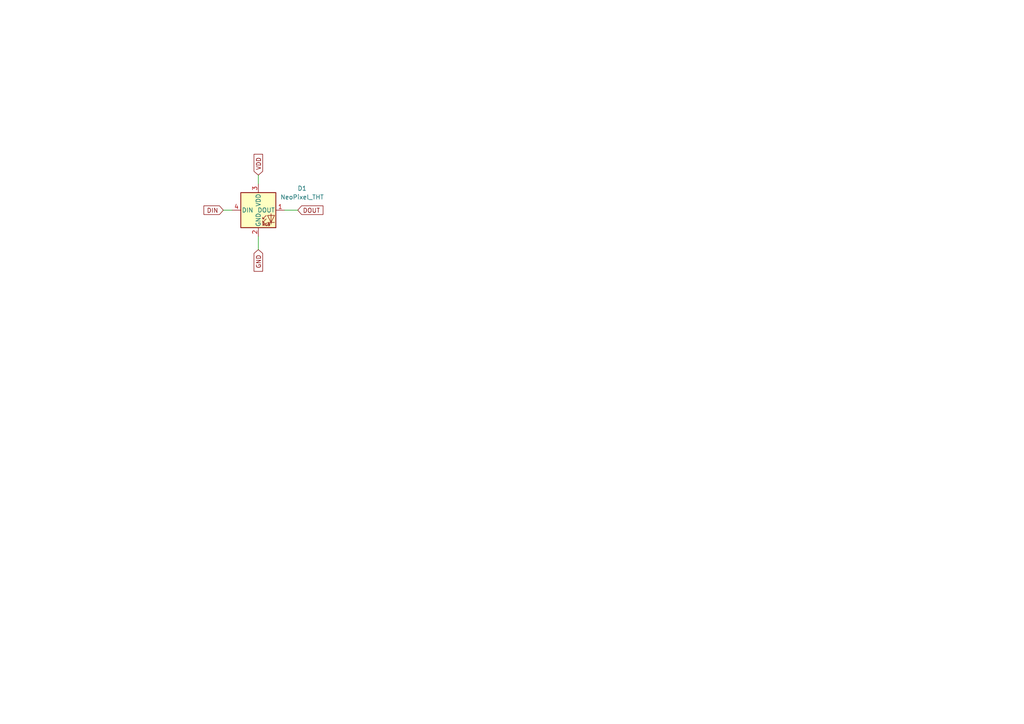
<source format=kicad_sch>
(kicad_sch (version 20231120) (generator "eeschema") (generator_version "8.0")
  (paper "A4")
  (lib_symbols
    (symbol "LED:NeoPixel_THT" (pin_names (offset 0.254))
      (property "Reference" "D" (at 5.08 5.715 0))
      (property "Value" "NeoPixel_THT" (at 1.27 -5.715 0))
      (symbol "NeoPixel_THT_0_0"
        (text "RGB" (at 2.286 -4.191 0) (effects (font (size 0.762 0.762))))
      )
      (symbol "NeoPixel_THT_0_1"
        (polyline (pts (xy 1.27 -3.556) (xy 1.778 -3.556)))
        (polyline (pts (xy 1.27 -2.54) (xy 1.778 -2.54)))
        (polyline (pts (xy 4.699 -3.556) (xy 2.667 -3.556)))
        (polyline (pts (xy 2.286 -2.54) (xy 1.27 -3.556) (xy 1.27 -3.048)))
        (polyline (pts (xy 2.286 -1.524) (xy 1.27 -2.54) (xy 1.27 -2.032)))
        (polyline (pts (xy 3.683 -1.016) (xy 3.683 -3.556) (xy 3.683 -4.064)))
        (polyline (pts (xy 4.699 -1.524) (xy 2.667 -1.524) (xy 3.683 -3.556) (xy 4.699 -1.524)))
        (rectangle (start 5.08 5.08) (end -5.08 -5.08) (stroke (width 0.254)) (fill (type background)))
      )
      (symbol "NeoPixel_THT_1_1"
        (pin output line (at 7.62 0 180) (length 2.54) (name "DOUT") (number "1"))
        (pin power_in line (at 0 -7.62 90) (length 2.54) (name "GND") (number "2"))
        (pin power_in line (at 0 7.62 270) (length 2.54) (name "VDD") (number "3"))
        (pin input line (at -7.62 0 0) (length 2.54) (name "DIN") (number "4"))
      )
    )
  )
  (wire (pts (xy 64.77 60.96) (xy 67.31 60.96)))
  (wire (pts (xy 82.55 60.96) (xy 86.36 60.96)))
  (wire (pts (xy 74.93 50.8) (xy 74.93 53.34)))
  (wire (pts (xy 74.93 68.58) (xy 74.93 72.39)))
  (global_label "VDD" (shape input) (at 74.93 50.8 90) (property "Intersheetrefs" "${INTERSHEET_REFS}" (effects (hide yes))))
  (global_label "DIN" (shape input) (at 64.77 60.96 180) (property "Intersheetrefs" "${INTERSHEET_REFS}" (effects (hide yes))))
  (global_label "GND" (shape input) (at 74.93 72.39 270) (property "Intersheetrefs" "${INTERSHEET_REFS}" (effects (hide yes))))
  (global_label "DOUT" (shape input) (at 86.36 60.96 0) (property "Intersheetrefs" "${INTERSHEET_REFS}" (effects (hide yes))))
  (symbol (lib_id "LED:NeoPixel_THT") (at 74.93 60.96 0) (unit 1)
    (property "Reference" "D1" (at 87.63 54.6414 0))
    (property "Value" "NeoPixel_THT" (at 87.63 57.1814 0))
    (property "Footprint" "LED_THT:LED_D5.0mm-4_RGB" (effects (hide yes)))
    (property "Datasheet" "https://www.adafruit.com/product/1938" (effects (hide yes)))
    (property "Description" "RGB LED with integrated controller, 5mm/8mm LED package" (effects (hide yes)))
  )
)
</source>
